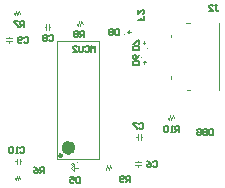
<source format=gbr>
%TF.GenerationSoftware,Altium Limited,Altium Designer,20.1.8 (145)*%
G04 Layer_Color=15790320*
%FSLAX45Y45*%
%MOMM*%
%TF.SameCoordinates,CA905C98-E8E4-4B69-B290-3362CF0B177B*%
%TF.FilePolarity,Positive*%
%TF.FileFunction,Legend,Bot*%
%TF.Part,Single*%
G01*
G75*
%TA.AperFunction,NonConductor*%
%ADD29C,0.10000*%
%ADD30C,0.60000*%
%ADD31C,0.25000*%
%ADD32C,0.10160*%
%ADD33C,0.12700*%
D29*
X1068029Y1317483D02*
G03*
X1068029Y1317483I-5000J0D01*
G01*
X671480Y235377D02*
G03*
X671480Y235377I-5000J0D01*
G01*
X1216982Y1127720D02*
G03*
X1216982Y1127720I-5000J0D01*
G01*
X1266978Y1202025D02*
G03*
X1266978Y1202025I-5000J0D01*
G01*
D30*
X625760Y359620D02*
G03*
X625760Y359620I-30000J0D01*
G01*
D31*
X540680Y294540D02*
G03*
X540680Y294540I-12500J0D01*
G01*
D32*
X1095289Y1342481D02*
X1107989Y1332321D01*
X1107989Y1355181D01*
X1095289Y1342481D02*
X1107989Y1355181D01*
X1095289Y1342481D02*
X1123229D01*
X173721Y1521140D02*
X183720Y1496140D01*
X163720Y1483640D02*
X173721Y1521140D01*
X153720D02*
X163720Y1483640D01*
X143720D02*
X153720Y1521140D01*
X138720Y1501140D02*
X143720Y1483640D01*
X1206444Y424079D02*
Y474079D01*
X1181443Y424079D02*
Y474079D01*
X1206444Y449079D02*
X1218943D01*
X1168944D02*
X1181443D01*
X1161666Y212388D02*
X1211666D01*
X1161666Y237388D02*
X1211666D01*
X1186666Y199888D02*
Y212388D01*
Y237388D02*
Y249888D01*
X945780Y210593D02*
X955780Y185593D01*
X935780Y173093D02*
X945780Y210593D01*
X925780D02*
X935780Y173093D01*
X915780D02*
X925780Y210593D01*
X910779Y190593D02*
X915780Y173093D01*
X618980Y222877D02*
X628980Y212877D01*
Y230377D02*
X638980Y220377D01*
X646480Y160377D02*
Y185377D01*
X618980D02*
X646480Y160377D01*
X618980Y185377D02*
X646480Y210377D01*
Y185377D02*
Y210377D01*
Y185377D02*
X678980D01*
X178720Y120900D02*
X188719Y95900D01*
X168720Y83400D02*
X178720Y120900D01*
X158720D02*
X168720Y83400D01*
X148720D02*
X158720Y120900D01*
X143720Y100900D02*
X148720Y83400D01*
X181220Y218840D02*
Y268840D01*
X156219Y218840D02*
Y268840D01*
X181220Y243840D02*
X193719D01*
X143720D02*
X156219D01*
X66440Y1261280D02*
X116440D01*
X66440Y1286280D02*
X116440D01*
X91440Y1248780D02*
Y1261280D01*
Y1286280D02*
Y1298780D01*
X405829Y1359598D02*
Y1409598D01*
X430829Y1359598D02*
Y1409598D01*
X393329Y1384598D02*
X405829D01*
X430829D02*
X443329D01*
X500680Y1264540D02*
X855680D01*
X500680Y264540D02*
X855680D01*
Y1264540D01*
X500680Y264540D02*
Y1264540D01*
X704815Y1429998D02*
X714814Y1404998D01*
X694814Y1392498D02*
X704815Y1429998D01*
X684814D02*
X694814Y1392498D01*
X674814D02*
X684814Y1429998D01*
X669814Y1409998D02*
X674814Y1392498D01*
X1461300Y946000D02*
Y966000D01*
X1595566Y849000D02*
X1626300D01*
X1461300Y1297261D02*
Y1317261D01*
X1589039Y1415000D02*
X1626300D01*
X1866300Y849000D02*
Y1415000D01*
X1226820Y1082760D02*
X1236980Y1095460D01*
X1226820Y1082760D02*
X1249680Y1082760D01*
X1236980Y1095460D02*
X1249680Y1082760D01*
X1236980Y1067520D02*
Y1095460D01*
Y1234285D02*
X1247140Y1246985D01*
X1224280Y1246985D02*
X1247140Y1246985D01*
X1224280Y1246985D02*
X1236980Y1234285D01*
Y1262225D01*
X1476740Y634680D02*
X1486740Y609680D01*
X1466741Y597180D02*
X1476740Y634680D01*
X1456740D02*
X1466741Y597180D01*
X1446740D02*
X1456740Y634680D01*
X1441740Y614680D02*
X1446740Y597180D01*
D33*
X1816511Y516596D02*
Y465813D01*
X1791120D01*
X1782656Y474277D01*
Y508133D01*
X1791120Y516596D01*
X1816511D01*
X1765728D02*
Y465813D01*
X1740336D01*
X1731872Y474277D01*
Y482741D01*
X1740336Y491205D01*
X1765728D01*
X1740336D01*
X1731872Y499669D01*
Y508133D01*
X1740336Y516596D01*
X1765728D01*
X1681089Y508133D02*
X1689553Y516596D01*
X1706480D01*
X1714944Y508133D01*
Y474277D01*
X1706480Y465813D01*
X1689553D01*
X1681089Y474277D01*
Y491205D01*
X1698017D01*
X1023298Y1366399D02*
Y1315615D01*
X997907D01*
X989443Y1324079D01*
Y1357935D01*
X997907Y1366399D01*
X1023298D01*
X972515Y1357935D02*
X964051Y1366399D01*
X947123D01*
X938659Y1357935D01*
Y1349471D01*
X947123Y1341007D01*
X938659Y1332543D01*
Y1324079D01*
X947123Y1315615D01*
X964051D01*
X972515Y1324079D01*
Y1332543D01*
X964051Y1341007D01*
X972515Y1349471D01*
Y1357935D01*
X964051Y1341007D02*
X947123D01*
X1234622Y1472742D02*
Y1438886D01*
X1209230D01*
Y1455814D01*
Y1438886D01*
X1183838D01*
Y1523525D02*
Y1489669D01*
X1217694Y1523525D01*
X1226158D01*
X1234622Y1515061D01*
Y1498133D01*
X1226158Y1489669D01*
X217630Y1383841D02*
Y1434625D01*
X192238D01*
X183774Y1426161D01*
Y1409233D01*
X192238Y1400769D01*
X217630D01*
X200702D02*
X183774Y1383841D01*
X166846Y1434625D02*
X132991D01*
Y1426161D01*
X166846Y1392305D01*
Y1383841D01*
X1195909Y558244D02*
X1204373Y566708D01*
X1221301D01*
X1229765Y558244D01*
Y524388D01*
X1221301Y515924D01*
X1204373D01*
X1195909Y524388D01*
X1178981Y566708D02*
X1145125D01*
Y558244D01*
X1178981Y524388D01*
Y515924D01*
X1307209Y240675D02*
X1315673Y249139D01*
X1332601D01*
X1341065Y240675D01*
Y206820D01*
X1332601Y198356D01*
X1315673D01*
X1307209Y206820D01*
X1256425Y249139D02*
X1273353Y240675D01*
X1290281Y223748D01*
Y206820D01*
X1281817Y198356D01*
X1264889D01*
X1256425Y206820D01*
Y215284D01*
X1264889Y223748D01*
X1290281D01*
X1116110Y72267D02*
Y123050D01*
X1090718D01*
X1082254Y114587D01*
Y97659D01*
X1090718Y89195D01*
X1116110D01*
X1099182D02*
X1082254Y72267D01*
X1065327Y80731D02*
X1056863Y72267D01*
X1039935D01*
X1031471Y80731D01*
Y114587D01*
X1039935Y123050D01*
X1056863D01*
X1065327Y114587D01*
Y106122D01*
X1056863Y97659D01*
X1031471D01*
X690019Y114359D02*
Y63575D01*
X664628D01*
X656164Y72039D01*
Y105895D01*
X664628Y114359D01*
X690019D01*
X605380D02*
X639236D01*
Y88967D01*
X622308Y97431D01*
X613844D01*
X605380Y88967D01*
Y72039D01*
X613844Y63575D01*
X630772D01*
X639236Y72039D01*
X392582Y150322D02*
Y201106D01*
X367191D01*
X358727Y192642D01*
Y175714D01*
X367191Y167250D01*
X392582D01*
X375655D02*
X358727Y150322D01*
X307943Y201106D02*
X324871Y192642D01*
X341799Y175714D01*
Y158786D01*
X333335Y150322D01*
X316407D01*
X307943Y158786D01*
Y167250D01*
X316407Y175714D01*
X341799D01*
X182448Y355597D02*
X190912Y364060D01*
X207840D01*
X216304Y355597D01*
Y321741D01*
X207840Y313277D01*
X190912D01*
X182448Y321741D01*
X165520Y313277D02*
X148592D01*
X157056D01*
Y364060D01*
X165520Y355597D01*
X123200D02*
X114736Y364060D01*
X97809D01*
X89345Y355597D01*
Y321741D01*
X97809Y313277D01*
X114736D01*
X123200Y321741D01*
Y355597D01*
X216744Y1286928D02*
X225208Y1295392D01*
X242135D01*
X250599Y1286928D01*
Y1253072D01*
X242135Y1244608D01*
X225208D01*
X216744Y1253072D01*
X199816D02*
X191352Y1244608D01*
X174424D01*
X165960Y1253072D01*
Y1286928D01*
X174424Y1295392D01*
X191352D01*
X199816Y1286928D01*
Y1278464D01*
X191352Y1270000D01*
X165960D01*
X429958Y1310095D02*
X438422Y1318559D01*
X455349D01*
X463813Y1310095D01*
Y1276239D01*
X455349Y1267775D01*
X438422D01*
X429958Y1276239D01*
X413030Y1310095D02*
X404566Y1318559D01*
X387638D01*
X379174Y1310095D01*
Y1301631D01*
X387638Y1293167D01*
X379174Y1284703D01*
Y1276239D01*
X387638Y1267775D01*
X404566D01*
X413030Y1276239D01*
Y1284703D01*
X404566Y1293167D01*
X413030Y1301631D01*
Y1310095D01*
X404566Y1293167D02*
X387638D01*
X819543Y1168408D02*
Y1219192D01*
X802615Y1202264D01*
X785687Y1219192D01*
Y1168408D01*
X734904Y1210728D02*
X743368Y1219192D01*
X760295D01*
X768759Y1210728D01*
Y1176872D01*
X760295Y1168408D01*
X743368D01*
X734904Y1176872D01*
X717976Y1219192D02*
Y1176872D01*
X709512Y1168408D01*
X692584D01*
X684120Y1176872D01*
Y1219192D01*
X633337Y1168408D02*
X667192D01*
X633337Y1202264D01*
Y1210728D01*
X641801Y1219192D01*
X658728D01*
X667192Y1210728D01*
X728784Y1293779D02*
Y1344562D01*
X703392D01*
X694928Y1336099D01*
Y1319171D01*
X703392Y1310707D01*
X728784D01*
X711856D02*
X694928Y1293779D01*
X678000Y1336099D02*
X669536Y1344562D01*
X652608D01*
X644145Y1336099D01*
Y1327635D01*
X652608Y1319171D01*
X644145Y1310707D01*
Y1302243D01*
X652608Y1293779D01*
X669536D01*
X678000Y1302243D01*
Y1310707D01*
X669536Y1319171D01*
X678000Y1327635D01*
Y1336099D01*
X669536Y1319171D02*
X652608D01*
X1833587Y1567380D02*
X1850515D01*
X1842051D01*
Y1525060D01*
X1850515Y1516596D01*
X1858979D01*
X1867443Y1525060D01*
X1782804Y1516596D02*
X1816659D01*
X1782804Y1550452D01*
Y1558916D01*
X1791267Y1567380D01*
X1808195D01*
X1816659Y1558916D01*
X1190236Y1064088D02*
X1139452D01*
Y1089479D01*
X1147916Y1097943D01*
X1181772D01*
X1190236Y1089479D01*
Y1064088D01*
Y1148727D02*
X1181772Y1131799D01*
X1164844Y1114871D01*
X1147916D01*
X1139452Y1123335D01*
Y1140263D01*
X1147916Y1148727D01*
X1156380D01*
X1164844Y1140263D01*
Y1114871D01*
X1191390Y1183927D02*
X1140606D01*
Y1209319D01*
X1149070Y1217782D01*
X1182926D01*
X1191390Y1209319D01*
Y1183927D01*
Y1234710D02*
Y1268566D01*
X1182926D01*
X1149070Y1234710D01*
X1140606D01*
X1530506Y496407D02*
Y547190D01*
X1505114D01*
X1496651Y538727D01*
Y521799D01*
X1505114Y513335D01*
X1530506D01*
X1513578D02*
X1496651Y496407D01*
X1479723D02*
X1462795D01*
X1471259D01*
Y547190D01*
X1479723Y538727D01*
X1437403D02*
X1428939Y547190D01*
X1412011D01*
X1403547Y538727D01*
Y504871D01*
X1412011Y496407D01*
X1428939D01*
X1437403Y504871D01*
Y538727D01*
%TF.MD5,a6c3ee6a59f6fa3c571bb7cc7b8d9cb8*%
M02*

</source>
